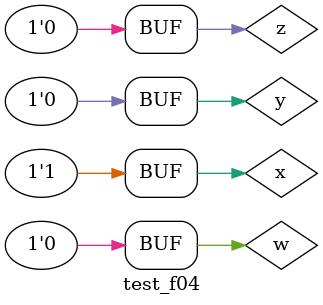
<source format=v>
/*
    -identificação: 

Guia_0604 - 07 / 09 / 2024

Nome: Davi Cândido de Almeida
Matricula: 857859
Código de Pessoa: 1527368

*/

// ----------- Expressão completa-------------- // 
module f04a ( output s, input x, input y, input w, input z );
    // definir dado local

     assign s = (x|y|~w|z) & (x|~y|~w|~z) & (x|~y|~w|z) & (~x|~y|~w|z) ;

endmodule 

// ----------- Expressão simplificada pelo mapa de Veitch-Karnaugh-------------- // 
module sf04a ( output s, input x, input y, input w, input z );
    // definir dado local

  assign s = (x|~w|z) & (x|~y|~w) & (~y|~w|z) ;
endmodule 


// ----------- Expressão completa-------------- // 
module f04b ( output s, input x, input y, input w, input z );
    // definir dado local

     assign s = (x|~y|w|z) & (x|~y|w|~z) & (~x|~y|w|~z) & (~x|~y|~w|z) & (~x|y|w|~z)  ;

endmodule 

// ----------- Expressão simplificada pelo mapa de Veitch-Karnaugh-------------- // 
module sf04b ( output s, input x, input y, input w, input z );
    // definir dado local

  assign s = (x|~y|w) & (~y|w|~z) & (~x|w|~z) & (~x|~y|~w|z) ;
endmodule 


// ----------- Expressão completa-------------- // 
module f04c ( output s, input x, input y, input w, input z );
    // definir dado local

     assign s = (x|~y|w|z) & (x|~y|~w|~z) & (~x|~y|w|~z) & (~x|~y|~w|~z) & (~x|y|w|z) ;

endmodule 

// ----------- Expressão simplificada pelo mapa de Veitch-Karnaugh-------------- // 
module sf04c ( output s, input x, input y, input w, input z );
    // definir dado local

  assign s = (x|~y|w|z) & (~y|~w|~z) & (~x|~y|~z) & (~x|y|w|z);
endmodule 


// ----------- Expressão completa-------------- // 
module f04d ( output s, input x, input y, input w, input z );
    // definir dado local

     assign s = (x|y|w|~z) & (x|~y|w|~z) & (~x|~y|~w|~z) &( ~x|~y|~w|z) & (~x|y|w|~z) & (~x|y|~w|~z) ;

endmodule 

// ----------- Expressão simplificada pelo mapa de Veitch-Karnaugh-------------- // 
module sf04d ( output s, input x, input y, input w, input z );
    // definir dado local

  assign s = (x|w|~z) & (~x|~y|~w) & (~x|~w|~z) & (~x|y|~z);
endmodule 


// ----------- Expressão completa-------------- // 
module f04e ( output s, input x, input y, input w, input z );
    // definir dado local

     assign s = (x|y|~w|z) & (x|~y|w|~z) & (x|~y|~w|~z) & (x|~y|~w|z) & (~x|~y|w|~z) & (~x|~y|~w|~z) & (~x|y|~w|~z) ;

endmodule 

// ----------- Expressão simplificada pelo mapa de Veitch-Karnaugh-------------- // 
module sf04e ( output s, input x, input y, input w, input z );
    // definir dado local

  assign s =  (x|~w|z) & (~y|~z) & (~x|~w|~z) & (x|~y|~w) ;
endmodule 



module test_f04;
// ------------------------- definir dados
    reg x;
    reg y;
    reg w;
    reg z;

 wire a, b, c, d, e;
 f04a moduloA ( a, x, y, w, z );
 sf04a moduloSA ( aS, x, y, w, z );

 f04b moduloB ( b, x, y, w, z );
 sf04b moduloSB ( bS, x, y, w, z );

 f04c moduloC ( c, x, y, w, z );
 sf04c moduloSC ( cS, x, y, w, z );

 f04d moduloD ( d, x, y, w, z );
 sf04d moduloSD ( dS, x, y, w, z );

  f04e moduloE ( e, x, y, w, z );
 sf04e moduloSE ( eS, x, y, w, z );
 
// ------------------------- parte principal
 initial
 begin : main
    $display("Guia_0604 - Davi Cândido - 857859");
    $display("Test module");
    $display("   x    y    w    z    a    Sa   b    Sb   c    Sc   d    Sd   e    Se");
    // projetar testes do modulo
    $monitor("%4b %4b %4b %4b %4b %4b %4b %4b %4b %4b %4b %4b %4b %4b", x, y, w, z, a, aS, b, bS, c , cS, d, dS, e, eS);
    x = 1'b0; y = 1'b0; w = 1'b0; z = 1'b0;
    #1 x = 1'b0; y = 1'b0; w = 1'b0; z = 1'b1;
    #1 x = 1'b0; y = 1'b0; w = 1'b1; z = 1'b1;
    #1 x = 1'b0; y = 1'b0; w = 1'b1; z = 1'b0;
    #1 x = 1'b0; y = 1'b1; w = 1'b1; z = 1'b0;
    #1 x = 1'b0; y = 1'b1; w = 1'b1; z = 1'b1;
    #1 x = 1'b0; y = 1'b1; w = 1'b0; z = 1'b1;
    #1 x = 1'b0; y = 1'b1; w = 1'b0; z = 1'b0;
    #1 x = 1'b1; y = 1'b1; w = 1'b0; z = 1'b0;
    #1 x = 1'b1; y = 1'b1; w = 1'b0; z = 1'b1;
    #1 x = 1'b1; y = 1'b1; w = 1'b1; z = 1'b1;
    #1 x = 1'b1; y = 1'b1; w = 1'b1; z = 1'b0;
    #1 x = 1'b1; y = 1'b0; w = 1'b1; z = 1'b0;
    #1 x = 1'b1; y = 1'b0; w = 1'b1; z = 1'b1;
    #1 x = 1'b1; y = 1'b0; w = 1'b0; z = 1'b1;
    #1 x = 1'b1; y = 1'b0; w = 1'b0; z = 1'b0;

 end
endmodule

/*
Guia_0604 - Davi Cândido - 857859
Test module
   x    y    w    z    a    Sa   b    Sb   c    Sc   d    Sd   e    Se
   0    0    0    0    1    1    1    1    1    1    1    1    1    1
   0    0    0    1    1    1    1    1    1    1    0    0    1    1
   0    0    1    1    1    1    1    1    1    1    1    1    1    1
   0    0    1    0    0    0    1    1    1    1    1    1    0    0
   0    1    1    0    0    0    1    1    1    1    1    1    0    0
   0    1    1    1    0    0    1    1    0    0    1    1    0    0
   0    1    0    1    1    1    0    0    1    1    0    0    0    0
   0    1    0    0    1    1    0    0    0    0    1    1    1    1
   1    1    0    0    1    1    1    1    1    1    1    1    1    1
   1    1    0    1    1    1    0    0    0    0    1    1    0    0
   1    1    1    1    1    1    1    1    0    0    0    0    0    0
   1    1    1    0    0    0    0    0    1    1    0    0    1    1
   1    0    1    0    1    1    1    1    1    1    1    1    1    1
   1    0    1    1    1    1    1    1    1    1    0    0    0    0
   1    0    0    1    1    1    0    0    1    1    0    0    1    1
   1    0    0    0    1    1    1    1    0    0    1    1    1    1
*/

/*
    -Notas:

Para compilar: iverilog -o Guia_0604.vvp Guia_0604.v
Para executar: vvp Guia_0604.vvp
*/


</source>
